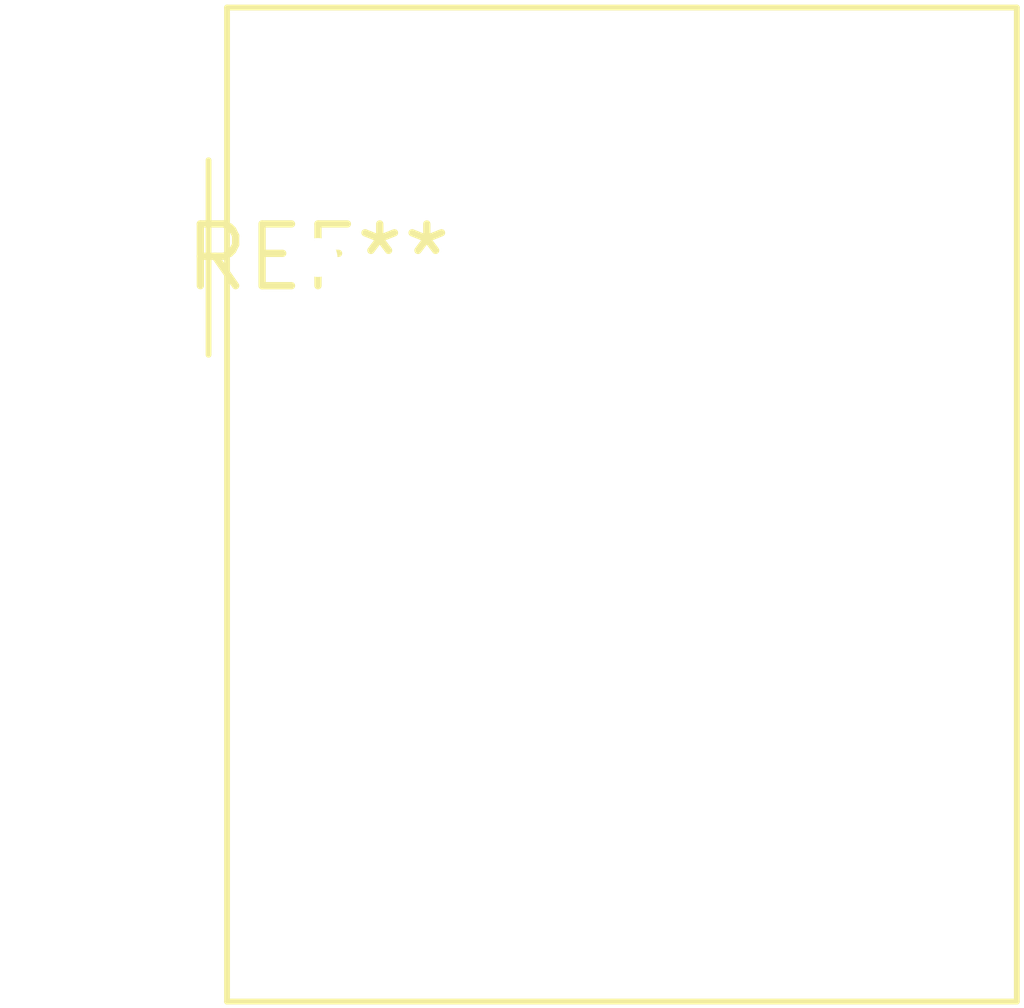
<source format=kicad_pcb>
(kicad_pcb (version 20240108) (generator pcbnew)
  (layers (0 "F.Cu" signal) (31 "B.Cu" signal) (34 "B.Paste" user) (35 "F.Paste" user) (36 "B.SilkS" user "B.Silkscreen") (37 "F.SilkS" user "F.Silkscreen") (38 "B.Mask" user) (39 "F.Mask" user) (44 "Edge.Cuts" user))
  (net 0 "")
  (footprint "ELD_426XXXX" (layer "F.Cu") (at 0 0)
    (property "Reference" "REF**")
    (property "Value" "ELD_426XXXX")
    (fp_line (start -2.25 -2) (end -2.25 2) (layer "F.SilkS") (stroke (width 0.12)))
    (fp_line (start -1.87 -5.14) (end 14.37 -5.14) (layer "F.SilkS") (stroke (width 0.12)))
    (fp_line (start -1.87 15.3) (end -1.87 -5.14) (layer "F.SilkS") (stroke (width 0.12)))
    (fp_line (start 14.37 -5.14) (end 14.37 15.3) (layer "F.SilkS") (stroke (width 0.12)))
    (fp_line (start 14.37 15.3) (end -1.87 15.3) (layer "F.SilkS") (stroke (width 0.12)))
    (pad "1" thru_hole rect (at 0 0) (size 1.5 1.5) (drill 0.8) (layers *.Cu *.Mask) (remove_unused_layers))
    (pad "2" thru_hole circle (at 0 2.54) (size 1.5 1.5) (drill 0.8) (layers *.Cu *.Mask) (remove_unused_layers))
    (pad "3" thru_hole circle (at 0 5.08) (size 1.5 1.5) (drill 0.8) (layers *.Cu *.Mask) (remove_unused_layers))
    (pad "4" thru_hole circle (at 0 7.62) (size 1.5 1.5) (drill 0.8) (layers *.Cu *.Mask) (remove_unused_layers))
    (pad "5" thru_hole circle (at 0 10.16) (size 1.5 1.5) (drill 0.8) (layers *.Cu *.Mask) (remove_unused_layers))
    (pad "6" thru_hole circle (at 12.5 10.16) (size 1.5 1.5) (drill 0.8) (layers *.Cu *.Mask) (remove_unused_layers))
    (pad "7" thru_hole circle (at 12.5 7.62) (size 1.5 1.5) (drill 0.8) (layers *.Cu *.Mask) (remove_unused_layers))
    (pad "8" thru_hole circle (at 12.5 5.08) (size 1.5 1.5) (drill 0.8) (layers *.Cu *.Mask) (remove_unused_layers))
    (pad "9" thru_hole circle (at 12.5 2.54) (size 1.5 1.5) (drill 0.8) (layers *.Cu *.Mask) (remove_unused_layers))
    (pad "10" thru_hole circle (at 12.5 0) (size 1.5 1.5) (drill 0.8) (layers *.Cu *.Mask) (remove_unused_layers))
  )
)
</source>
